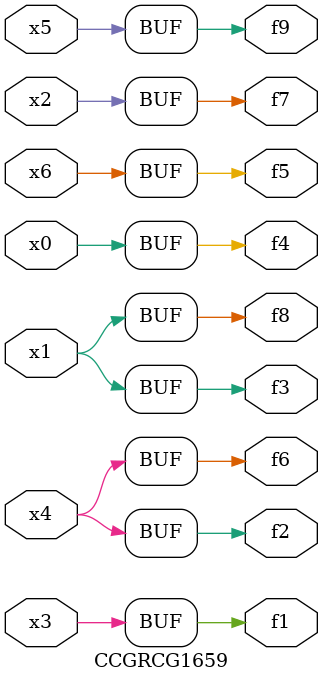
<source format=v>
module CCGRCG1659(
	input x0, x1, x2, x3, x4, x5, x6,
	output f1, f2, f3, f4, f5, f6, f7, f8, f9
);
	assign f1 = x3;
	assign f2 = x4;
	assign f3 = x1;
	assign f4 = x0;
	assign f5 = x6;
	assign f6 = x4;
	assign f7 = x2;
	assign f8 = x1;
	assign f9 = x5;
endmodule

</source>
